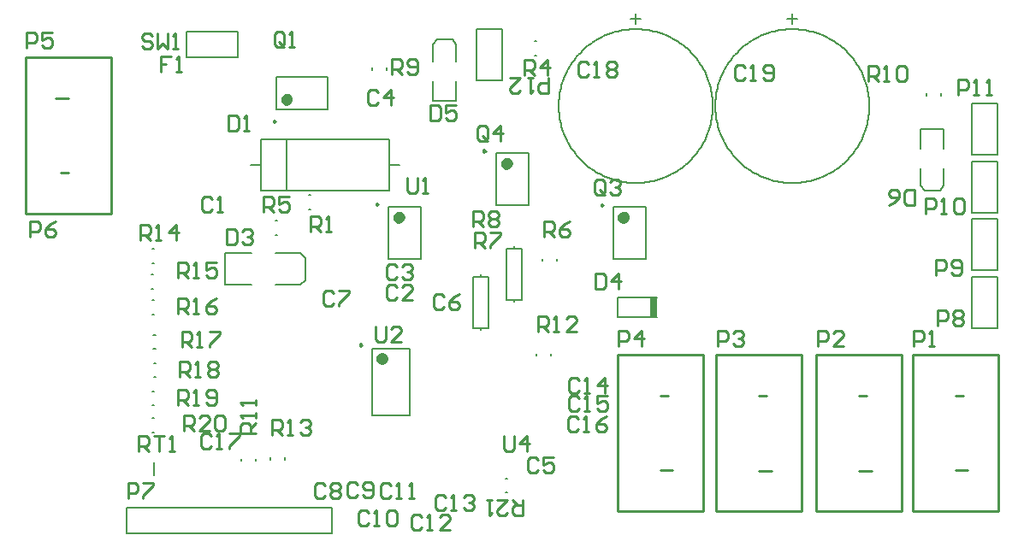
<source format=gto>
G04*
G04 #@! TF.GenerationSoftware,Altium Limited,Altium Designer,18.1.9 (240)*
G04*
G04 Layer_Color=65535*
%FSLAX25Y25*%
%MOIN*%
G70*
G01*
G75*
%ADD10C,0.02362*%
%ADD11C,0.00984*%
%ADD12C,0.00197*%
%ADD13C,0.00787*%
%ADD14C,0.00600*%
%ADD15C,0.01000*%
%ADD16C,0.00591*%
%ADD17R,0.03150X0.07480*%
D10*
X247819Y404602D02*
X247374Y405526D01*
X246375Y405754D01*
X245574Y405115D01*
Y404090D01*
X246375Y403451D01*
X247374Y403679D01*
X247819Y404602D01*
X241335Y349480D02*
X240890Y350404D01*
X239891Y350632D01*
X239089Y349993D01*
Y348968D01*
X239891Y348329D01*
X240890Y348557D01*
X241335Y349480D01*
X289819Y425602D02*
X289374Y426526D01*
X288375Y426754D01*
X287574Y426115D01*
Y425090D01*
X288375Y424451D01*
X289374Y424679D01*
X289819Y425602D01*
X204079Y450638D02*
X203634Y451561D01*
X202635Y451789D01*
X201834Y451150D01*
Y450125D01*
X202635Y449486D01*
X203634Y449714D01*
X204079Y450638D01*
X335319Y404602D02*
X334874Y405526D01*
X333875Y405754D01*
X333074Y405115D01*
Y404090D01*
X333875Y403451D01*
X334874Y403679D01*
X335319Y404602D01*
D11*
X238665Y409740D02*
X237927Y410166D01*
Y409314D01*
X238665Y409740D01*
X232378Y354795D02*
X231640Y355222D01*
Y354369D01*
X232378Y354795D01*
X280469Y430445D02*
X279730Y430871D01*
Y430019D01*
X280469Y430445D01*
X198547Y441976D02*
X197809Y442403D01*
Y441550D01*
X198547Y441976D01*
X326264Y409346D02*
X325526Y409773D01*
Y408920D01*
X326264Y409346D01*
D12*
X285181Y327980D02*
D03*
D13*
X430000Y448000D02*
X429983Y449003D01*
X429933Y450004D01*
X429849Y451003D01*
X429732Y451999D01*
X429582Y452990D01*
X429399Y453976D01*
X429183Y454955D01*
X428934Y455926D01*
X428653Y456888D01*
X428340Y457841D01*
X427995Y458782D01*
X427620Y459712D01*
X427213Y460628D01*
X426776Y461530D01*
X426308Y462418D01*
X425812Y463288D01*
X425287Y464143D01*
X424733Y464978D01*
X424152Y465795D01*
X423544Y466593D01*
X422910Y467369D01*
X422250Y468123D01*
X421565Y468856D01*
X420856Y469565D01*
X420123Y470250D01*
X419369Y470910D01*
X418593Y471544D01*
X417795Y472152D01*
X416978Y472733D01*
X416143Y473287D01*
X415288Y473812D01*
X414418Y474308D01*
X413530Y474776D01*
X412628Y475213D01*
X411712Y475620D01*
X410782Y475995D01*
X409841Y476340D01*
X408888Y476653D01*
X407926Y476934D01*
X406955Y477183D01*
X405976Y477399D01*
X404990Y477582D01*
X403999Y477732D01*
X403003Y477849D01*
X402004Y477933D01*
X401002Y477983D01*
X400000Y478000D01*
X398997Y477983D01*
X397996Y477933D01*
X396997Y477849D01*
X396001Y477732D01*
X395010Y477582D01*
X394024Y477399D01*
X393045Y477183D01*
X392074Y476934D01*
X391112Y476653D01*
X390159Y476340D01*
X389218Y475995D01*
X388288Y475620D01*
X387372Y475213D01*
X386470Y474776D01*
X385582Y474308D01*
X384712Y473812D01*
X383857Y473287D01*
X383022Y472733D01*
X382205Y472152D01*
X381407Y471544D01*
X380631Y470910D01*
X379876Y470250D01*
X379144Y469565D01*
X378435Y468856D01*
X377750Y468123D01*
X377090Y467369D01*
X376456Y466593D01*
X375848Y465795D01*
X375267Y464978D01*
X374713Y464143D01*
X374188Y463288D01*
X373692Y462418D01*
X373224Y461530D01*
X372787Y460628D01*
X372380Y459712D01*
X372005Y458782D01*
X371660Y457841D01*
X371347Y456888D01*
X371066Y455926D01*
X370817Y454955D01*
X370601Y453976D01*
X370418Y452990D01*
X370268Y451999D01*
X370151Y451003D01*
X370067Y450004D01*
X370017Y449003D01*
X370000Y448000D01*
X370017Y446998D01*
X370067Y445996D01*
X370151Y444997D01*
X370268Y444001D01*
X370418Y443010D01*
X370601Y442025D01*
X370817Y441046D01*
X371066Y440074D01*
X371347Y439112D01*
X371660Y438159D01*
X372005Y437218D01*
X372380Y436288D01*
X372787Y435372D01*
X373224Y434470D01*
X373691Y433583D01*
X374188Y432712D01*
X374713Y431858D01*
X375267Y431022D01*
X375848Y430205D01*
X376456Y429408D01*
X377090Y428631D01*
X377750Y427877D01*
X378435Y427144D01*
X379144Y426435D01*
X379876Y425751D01*
X380631Y425091D01*
X381407Y424456D01*
X382204Y423848D01*
X383021Y423267D01*
X383857Y422713D01*
X384711Y422188D01*
X385582Y421692D01*
X386470Y421224D01*
X387372Y420787D01*
X388288Y420381D01*
X389218Y420005D01*
X390159Y419660D01*
X391111Y419347D01*
X392074Y419066D01*
X393045Y418817D01*
X394024Y418601D01*
X395010Y418418D01*
X396001Y418268D01*
X396997Y418151D01*
X397996Y418067D01*
X398997Y418017D01*
X400000Y418000D01*
X401002Y418017D01*
X402003Y418067D01*
X403003Y418151D01*
X403998Y418268D01*
X404990Y418418D01*
X405975Y418601D01*
X406954Y418817D01*
X407926Y419066D01*
X408888Y419347D01*
X409840Y419660D01*
X410782Y420005D01*
X411711Y420380D01*
X412628Y420787D01*
X413530Y421224D01*
X414417Y421691D01*
X415288Y422188D01*
X416142Y422713D01*
X416978Y423267D01*
X417795Y423848D01*
X418592Y424456D01*
X419369Y425090D01*
X420123Y425750D01*
X420856Y426435D01*
X421564Y427144D01*
X422249Y427876D01*
X422909Y428631D01*
X423544Y429407D01*
X424152Y430204D01*
X424733Y431021D01*
X425287Y431857D01*
X425812Y432711D01*
X426308Y433582D01*
X426775Y434469D01*
X427213Y435372D01*
X427619Y436288D01*
X427995Y437217D01*
X428340Y438159D01*
X428653Y439111D01*
X428934Y440074D01*
X429183Y441045D01*
X429399Y442024D01*
X429582Y443010D01*
X429732Y444001D01*
X429849Y444997D01*
X429933Y445996D01*
X429983Y446997D01*
X430000Y448000D01*
X369000Y448000D02*
X368983Y449003D01*
X368933Y450004D01*
X368849Y451003D01*
X368732Y451999D01*
X368582Y452990D01*
X368399Y453976D01*
X368183Y454955D01*
X367934Y455926D01*
X367653Y456888D01*
X367340Y457841D01*
X366995Y458782D01*
X366619Y459712D01*
X366213Y460628D01*
X365776Y461530D01*
X365308Y462418D01*
X364812Y463288D01*
X364287Y464143D01*
X363733Y464978D01*
X363152Y465795D01*
X362544Y466593D01*
X361910Y467369D01*
X361250Y468123D01*
X360565Y468856D01*
X359856Y469565D01*
X359123Y470250D01*
X358369Y470910D01*
X357593Y471544D01*
X356795Y472152D01*
X355978Y472733D01*
X355142Y473287D01*
X354289Y473812D01*
X353417Y474308D01*
X352530Y474776D01*
X351628Y475213D01*
X350712Y475620D01*
X349782Y475995D01*
X348841Y476340D01*
X347888Y476653D01*
X346926Y476934D01*
X345955Y477183D01*
X344976Y477399D01*
X343990Y477582D01*
X342999Y477732D01*
X342003Y477849D01*
X341004Y477933D01*
X340002Y477983D01*
X339000Y478000D01*
X337998Y477983D01*
X336996Y477933D01*
X335997Y477849D01*
X335001Y477732D01*
X334010Y477582D01*
X333024Y477399D01*
X332045Y477183D01*
X331074Y476934D01*
X330112Y476653D01*
X329159Y476340D01*
X328218Y475995D01*
X327288Y475620D01*
X326372Y475213D01*
X325470Y474776D01*
X324583Y474308D01*
X323711Y473812D01*
X322857Y473287D01*
X322022Y472733D01*
X321205Y472152D01*
X320408Y471544D01*
X319631Y470910D01*
X318877Y470250D01*
X318144Y469565D01*
X317435Y468856D01*
X316750Y468123D01*
X316090Y467369D01*
X315456Y466593D01*
X314848Y465795D01*
X314267Y464978D01*
X313713Y464143D01*
X313188Y463288D01*
X312691Y462418D01*
X312224Y461530D01*
X311787Y460628D01*
X311381Y459712D01*
X311005Y458782D01*
X310660Y457841D01*
X310347Y456888D01*
X310066Y455926D01*
X309817Y454955D01*
X309601Y453976D01*
X309418Y452990D01*
X309268Y451999D01*
X309151Y451003D01*
X309067Y450004D01*
X309017Y449003D01*
X309000Y448000D01*
X309017Y446998D01*
X309067Y445996D01*
X309151Y444997D01*
X309268Y444001D01*
X309418Y443010D01*
X309601Y442025D01*
X309817Y441046D01*
X310066Y440074D01*
X310347Y439112D01*
X310660Y438159D01*
X311004Y437218D01*
X311381Y436288D01*
X311787Y435372D01*
X312224Y434470D01*
X312691Y433583D01*
X313188Y432712D01*
X313713Y431858D01*
X314267Y431022D01*
X314848Y430205D01*
X315456Y429408D01*
X316090Y428631D01*
X316750Y427877D01*
X317435Y427144D01*
X318144Y426435D01*
X318876Y425751D01*
X319631Y425091D01*
X320407Y424456D01*
X321204Y423848D01*
X322021Y423267D01*
X322857Y422713D01*
X323711Y422188D01*
X324582Y421692D01*
X325469Y421224D01*
X326372Y420787D01*
X327288Y420381D01*
X328218Y420005D01*
X329159Y419660D01*
X330112Y419347D01*
X331074Y419066D01*
X332045Y418817D01*
X333024Y418601D01*
X334010Y418418D01*
X335001Y418268D01*
X335997Y418151D01*
X336996Y418067D01*
X337997Y418017D01*
X339000Y418000D01*
X340002Y418017D01*
X341003Y418067D01*
X342003Y418151D01*
X342998Y418268D01*
X343990Y418418D01*
X344975Y418601D01*
X345954Y418817D01*
X346926Y419066D01*
X347888Y419347D01*
X348840Y419660D01*
X349782Y420005D01*
X350711Y420380D01*
X351628Y420787D01*
X352530Y421224D01*
X353417Y421691D01*
X354288Y422188D01*
X355142Y422713D01*
X355978Y423267D01*
X356795Y423848D01*
X357592Y424456D01*
X358369Y425090D01*
X359123Y425750D01*
X359856Y426435D01*
X360564Y427144D01*
X361249Y427876D01*
X361909Y428631D01*
X362544Y429407D01*
X363152Y430204D01*
X363733Y431021D01*
X364287Y431857D01*
X364812Y432711D01*
X365308Y433582D01*
X365775Y434469D01*
X366213Y435372D01*
X366619Y436288D01*
X366995Y437217D01*
X367340Y438159D01*
X367653Y439111D01*
X367934Y440074D01*
X368183Y441045D01*
X368399Y442024D01*
X368582Y443010D01*
X368732Y444001D01*
X368849Y444997D01*
X368933Y445996D01*
X368983Y446997D01*
X369000Y448000D01*
X193000Y415000D02*
X243000D01*
Y435000D01*
X193000D02*
X243000D01*
X193000Y415000D02*
Y435000D01*
X203000Y415000D02*
Y435000D01*
X243000Y425000D02*
X247000D01*
X189000D02*
X193000D01*
X242701Y388461D02*
X255299D01*
X242701Y408539D02*
X255299D01*
Y388461D02*
Y408539D01*
X242701Y388461D02*
Y408539D01*
X164000Y477000D02*
X184000D01*
X164000Y467000D02*
Y477000D01*
Y467000D02*
X184000D01*
Y477000D01*
X236216Y327433D02*
X250783D01*
X236216Y353417D02*
X250783D01*
Y327433D02*
Y353417D01*
X236216Y327433D02*
Y353417D01*
X470000Y429000D02*
Y449000D01*
Y429000D02*
X480000D01*
Y449000D01*
X470000D02*
X480000D01*
X470000Y406500D02*
Y426500D01*
Y406500D02*
X480000D01*
Y426500D01*
X470000D02*
X480000D01*
X470000Y384000D02*
Y404000D01*
Y384000D02*
X480000D01*
Y404000D01*
X470000D02*
X480000D01*
X470000Y361500D02*
Y381500D01*
Y361500D02*
X480000D01*
Y381500D01*
X470000D02*
X480000D01*
X287000Y458000D02*
Y478000D01*
X277000D02*
X287000D01*
X277000Y458000D02*
Y478000D01*
Y458000D02*
X287000D01*
X449972Y431437D02*
Y438917D01*
X459028Y431437D02*
Y438917D01*
X449972D02*
X459028D01*
X451547Y414902D02*
X457453D01*
X449972Y416870D02*
Y423563D01*
X457453Y414902D02*
X459028Y416870D01*
X449972D02*
X451547Y414902D01*
X459028Y416870D02*
Y423563D01*
X269028Y450083D02*
Y457563D01*
X259972Y450083D02*
Y457563D01*
Y450083D02*
X269028D01*
X261547Y474098D02*
X267453D01*
X269028Y465437D02*
Y472130D01*
X259972D02*
X261547Y474098D01*
X267453D02*
X269028Y472130D01*
X259972Y465437D02*
Y472130D01*
X291500Y392500D02*
Y393400D01*
Y371600D02*
Y372500D01*
Y392500D02*
X294500D01*
Y372500D02*
Y392500D01*
X288500Y372500D02*
X294500D01*
X288500D02*
Y392500D01*
X291500D01*
X284701Y409461D02*
Y429539D01*
X297299Y409461D02*
Y429539D01*
X284701D02*
X297299D01*
X284701Y409461D02*
X297299D01*
X275500Y381500D02*
X278500D01*
X275500Y361500D02*
Y381500D01*
Y361500D02*
X281500D01*
Y381500D01*
X278500D02*
X281500D01*
X278500Y360600D02*
Y361500D01*
Y381500D02*
Y382400D01*
X198961Y446701D02*
X219039D01*
X198961Y459299D02*
X219039D01*
X198961Y446701D02*
Y459299D01*
X219039Y446701D02*
Y459299D01*
X198724Y378398D02*
X208370D01*
X198724Y390602D02*
X208370D01*
X179039D02*
X189276D01*
X179039Y378398D02*
X189276D01*
X210142Y380169D02*
Y388831D01*
X208370Y390602D02*
X210142Y388831D01*
X208370Y378398D02*
X210142Y380169D01*
X179039Y378398D02*
Y390602D01*
X151400Y304138D02*
Y308862D01*
X330201Y388461D02*
X342799D01*
X330201Y408539D02*
X342799D01*
Y388461D02*
Y408539D01*
X330201Y388461D02*
Y408539D01*
X331823Y365760D02*
Y373240D01*
X347177D01*
X331823Y365760D02*
X347177D01*
X140500Y281500D02*
Y291500D01*
X220500D01*
Y281500D02*
Y291500D01*
X140500Y281500D02*
X220500D01*
D14*
X299600Y473300D02*
X300400D01*
X299600Y467700D02*
X300400D01*
X457800Y452100D02*
Y452900D01*
X452200Y452100D02*
Y452900D01*
X185200Y309600D02*
Y310400D01*
X190800Y309600D02*
Y310400D01*
X288100Y297200D02*
X288900D01*
X288100Y302800D02*
X288900D01*
X241800Y462100D02*
Y462900D01*
X236200Y462100D02*
Y462900D01*
X150600Y326300D02*
X151400D01*
X150600Y320700D02*
X151400D01*
X150600Y336800D02*
X151400D01*
X150600Y331200D02*
X151400D01*
X151100Y347800D02*
X151900D01*
X151100Y342200D02*
X151900D01*
X151000Y358800D02*
X151800D01*
X151000Y353200D02*
X151800D01*
X150600Y372300D02*
X151400D01*
X150600Y366700D02*
X151400D01*
X150200Y382300D02*
X151000D01*
X150200Y376700D02*
X151000D01*
X211600Y407700D02*
X212400D01*
X211600Y413300D02*
X212400D01*
X198561Y397700D02*
X199361D01*
X198561Y403300D02*
X199361D01*
X308300Y387600D02*
Y388400D01*
X302700Y387600D02*
Y388400D01*
X150600Y386700D02*
X151400D01*
X150600Y392300D02*
X151400D01*
X305800Y350600D02*
Y351400D01*
X300200Y350600D02*
Y351400D01*
X196700Y310100D02*
Y310900D01*
X202300Y310100D02*
Y310900D01*
D15*
X101268Y467051D02*
X134732D01*
Y406028D02*
Y467051D01*
X101268Y406028D02*
Y467051D01*
X101661Y406028D02*
X134732D01*
X101268D02*
X118197D01*
X101268D02*
Y436539D01*
X113079Y451106D02*
X118000D01*
X115047Y421972D02*
X118000D01*
X446768Y289949D02*
X480232D01*
X446768D02*
Y350972D01*
X480232Y289949D02*
Y350972D01*
X446768D02*
X479839D01*
X463303D02*
X480232D01*
Y320461D02*
Y350972D01*
X463500Y305894D02*
X468421D01*
X463500Y335028D02*
X466453D01*
X370268Y289894D02*
X403732D01*
X370268D02*
Y350917D01*
X403732Y289894D02*
Y350917D01*
X370268D02*
X403339D01*
X386803D02*
X403732D01*
Y320406D02*
Y350917D01*
X387000Y305839D02*
X391921D01*
X387000Y334972D02*
X389953D01*
X409268Y289894D02*
X442732D01*
X409268D02*
Y350917D01*
X442732Y289894D02*
Y350917D01*
X409268D02*
X442339D01*
X425803D02*
X442732D01*
Y320406D02*
Y350917D01*
X426000Y305839D02*
X430921D01*
X426000Y334972D02*
X428953D01*
X331768Y289921D02*
X365232D01*
X331768D02*
Y350945D01*
X365232Y289921D02*
Y350945D01*
X331768D02*
X364839D01*
X348303D02*
X365232D01*
Y320433D02*
Y350945D01*
X348500Y305866D02*
X353421D01*
X348500Y335000D02*
X351453D01*
X180400Y444398D02*
Y438400D01*
X183399D01*
X184399Y439400D01*
Y443398D01*
X183399Y444398D01*
X180400D01*
X186398Y438400D02*
X188397D01*
X187398D01*
Y444398D01*
X186398Y443398D01*
X250000Y419998D02*
Y415000D01*
X251000Y414000D01*
X252999D01*
X253999Y415000D01*
Y419998D01*
X255998Y414000D02*
X257997D01*
X256998D01*
Y419998D01*
X255998Y418998D01*
X237500Y361998D02*
Y357000D01*
X238500Y356000D01*
X240499D01*
X241499Y357000D01*
Y361998D01*
X247497Y356000D02*
X243498D01*
X247497Y359999D01*
Y360998D01*
X246497Y361998D01*
X244498D01*
X243498Y360998D01*
X281149Y435450D02*
Y439448D01*
X280149Y440448D01*
X278150D01*
X277150Y439448D01*
Y435450D01*
X278150Y434450D01*
X280149D01*
X279149Y436449D02*
X281149Y434450D01*
X280149D02*
X281149Y435450D01*
X286147Y434450D02*
Y440448D01*
X283148Y437449D01*
X287147D01*
X287500Y319498D02*
Y314500D01*
X288500Y313500D01*
X290499D01*
X291499Y314500D01*
Y319498D01*
X296497Y313500D02*
Y319498D01*
X293498Y316499D01*
X297497D01*
X150499Y475498D02*
X149499Y476498D01*
X147500D01*
X146500Y475498D01*
Y474499D01*
X147500Y473499D01*
X149499D01*
X150499Y472499D01*
Y471500D01*
X149499Y470500D01*
X147500D01*
X146500Y471500D01*
X152498Y476498D02*
Y470500D01*
X154497Y472499D01*
X156497Y470500D01*
Y476498D01*
X158496Y470500D02*
X160495D01*
X159496D01*
Y476498D01*
X158496Y475498D01*
X145350Y313450D02*
Y319448D01*
X148349D01*
X149349Y318448D01*
Y316449D01*
X148349Y315449D01*
X145350D01*
X147349D02*
X149349Y313450D01*
X151348Y319448D02*
X155347D01*
X153347D01*
Y313450D01*
X157346D02*
X159345D01*
X158346D01*
Y319448D01*
X157346Y318448D01*
X295000Y294500D02*
Y288502D01*
X292001D01*
X291001Y289502D01*
Y291501D01*
X292001Y292501D01*
X295000D01*
X293001D02*
X291001Y294500D01*
X285003D02*
X289002D01*
X285003Y290501D01*
Y289502D01*
X286003Y288502D01*
X288002D01*
X289002Y289502D01*
X283004Y294500D02*
X281005D01*
X282004D01*
Y288502D01*
X283004Y289502D01*
X163000Y321500D02*
Y327498D01*
X165999D01*
X166999Y326498D01*
Y324499D01*
X165999Y323499D01*
X163000D01*
X164999D02*
X166999Y321500D01*
X172997D02*
X168998D01*
X172997Y325499D01*
Y326498D01*
X171997Y327498D01*
X169998D01*
X168998Y326498D01*
X174996D02*
X175996Y327498D01*
X177995D01*
X178995Y326498D01*
Y322500D01*
X177995Y321500D01*
X175996D01*
X174996Y322500D01*
Y326498D01*
X160500Y331200D02*
Y337198D01*
X163499D01*
X164499Y336198D01*
Y334199D01*
X163499Y333199D01*
X160500D01*
X162499D02*
X164499Y331200D01*
X166498D02*
X168497D01*
X167498D01*
Y337198D01*
X166498Y336198D01*
X171496Y332200D02*
X172496Y331200D01*
X174495D01*
X175495Y332200D01*
Y336198D01*
X174495Y337198D01*
X172496D01*
X171496Y336198D01*
Y335199D01*
X172496Y334199D01*
X175495D01*
X161400Y342500D02*
Y348498D01*
X164399D01*
X165399Y347498D01*
Y345499D01*
X164399Y344499D01*
X161400D01*
X163399D02*
X165399Y342500D01*
X167398D02*
X169397D01*
X168398D01*
Y348498D01*
X167398Y347498D01*
X172396D02*
X173396Y348498D01*
X175396D01*
X176395Y347498D01*
Y346499D01*
X175396Y345499D01*
X176395Y344499D01*
Y343500D01*
X175396Y342500D01*
X173396D01*
X172396Y343500D01*
Y344499D01*
X173396Y345499D01*
X172396Y346499D01*
Y347498D01*
X173396Y345499D02*
X175396D01*
X162100Y354000D02*
Y359998D01*
X165099D01*
X166099Y358998D01*
Y356999D01*
X165099Y355999D01*
X162100D01*
X164099D02*
X166099Y354000D01*
X168098D02*
X170097D01*
X169098D01*
Y359998D01*
X168098Y358998D01*
X173096Y359998D02*
X177095D01*
Y358998D01*
X173096Y355000D01*
Y354000D01*
X160500Y367000D02*
Y372998D01*
X163499D01*
X164499Y371998D01*
Y369999D01*
X163499Y368999D01*
X160500D01*
X162499D02*
X164499Y367000D01*
X166498D02*
X168497D01*
X167498D01*
Y372998D01*
X166498Y371998D01*
X175495Y372998D02*
X173496Y371998D01*
X171496Y369999D01*
Y368000D01*
X172496Y367000D01*
X174495D01*
X175495Y368000D01*
Y368999D01*
X174495Y369999D01*
X171496D01*
X160500Y381000D02*
Y386998D01*
X163499D01*
X164499Y385998D01*
Y383999D01*
X163499Y382999D01*
X160500D01*
X162499D02*
X164499Y381000D01*
X166498D02*
X168497D01*
X167498D01*
Y386998D01*
X166498Y385998D01*
X175495Y386998D02*
X171496D01*
Y383999D01*
X173496Y384999D01*
X174495D01*
X175495Y383999D01*
Y382000D01*
X174495Y381000D01*
X172496D01*
X171496Y382000D01*
X145900Y395600D02*
Y401598D01*
X148899D01*
X149899Y400598D01*
Y398599D01*
X148899Y397599D01*
X145900D01*
X147899D02*
X149899Y395600D01*
X151898D02*
X153897D01*
X152898D01*
Y401598D01*
X151898Y400598D01*
X159896Y395600D02*
Y401598D01*
X156896Y398599D01*
X160895D01*
X197400Y319600D02*
Y325598D01*
X200399D01*
X201399Y324598D01*
Y322599D01*
X200399Y321599D01*
X197400D01*
X199399D02*
X201399Y319600D01*
X203398D02*
X205397D01*
X204398D01*
Y325598D01*
X203398Y324598D01*
X208396D02*
X209396Y325598D01*
X211396D01*
X212395Y324598D01*
Y323599D01*
X211396Y322599D01*
X210396D01*
X211396D01*
X212395Y321599D01*
Y320600D01*
X211396Y319600D01*
X209396D01*
X208396Y320600D01*
X300850Y360050D02*
Y366048D01*
X303849D01*
X304849Y365048D01*
Y363049D01*
X303849Y362049D01*
X300850D01*
X302849D02*
X304849Y360050D01*
X306848D02*
X308847D01*
X307848D01*
Y366048D01*
X306848Y365048D01*
X315845Y360050D02*
X311846D01*
X315845Y364049D01*
Y365048D01*
X314845Y366048D01*
X312846D01*
X311846Y365048D01*
X190800Y320500D02*
X184802D01*
Y323499D01*
X185802Y324499D01*
X187801D01*
X188801Y323499D01*
Y320500D01*
Y322499D02*
X190800Y324499D01*
Y326498D02*
Y328497D01*
Y327498D01*
X184802D01*
X185802Y326498D01*
X190800Y331496D02*
Y333496D01*
Y332496D01*
X184802D01*
X185802Y331496D01*
X429500Y457550D02*
Y463548D01*
X432499D01*
X433499Y462548D01*
Y460549D01*
X432499Y459549D01*
X429500D01*
X431499D02*
X433499Y457550D01*
X435498D02*
X437497D01*
X436498D01*
Y463548D01*
X435498Y462548D01*
X440496D02*
X441496Y463548D01*
X443496D01*
X444495Y462548D01*
Y458550D01*
X443496Y457550D01*
X441496D01*
X440496Y458550D01*
Y462548D01*
X244000Y460500D02*
Y466498D01*
X246999D01*
X247999Y465498D01*
Y463499D01*
X246999Y462499D01*
X244000D01*
X245999D02*
X247999Y460500D01*
X249998Y461500D02*
X250998Y460500D01*
X252997D01*
X253997Y461500D01*
Y465498D01*
X252997Y466498D01*
X250998D01*
X249998Y465498D01*
Y464499D01*
X250998Y463499D01*
X253997D01*
X275500Y401000D02*
Y406998D01*
X278499D01*
X279499Y405998D01*
Y403999D01*
X278499Y402999D01*
X275500D01*
X277499D02*
X279499Y401000D01*
X281498Y405998D02*
X282498Y406998D01*
X284497D01*
X285497Y405998D01*
Y404999D01*
X284497Y403999D01*
X285497Y402999D01*
Y402000D01*
X284497Y401000D01*
X282498D01*
X281498Y402000D01*
Y402999D01*
X282498Y403999D01*
X281498Y404999D01*
Y405998D01*
X282498Y403999D02*
X284497D01*
X276150Y392650D02*
Y398648D01*
X279149D01*
X280149Y397648D01*
Y395649D01*
X279149Y394649D01*
X276150D01*
X278149D02*
X280149Y392650D01*
X282148Y398648D02*
X286147D01*
Y397648D01*
X282148Y393650D01*
Y392650D01*
X303300Y397100D02*
Y403098D01*
X306299D01*
X307299Y402098D01*
Y400099D01*
X306299Y399099D01*
X303300D01*
X305299D02*
X307299Y397100D01*
X313297Y403098D02*
X311297Y402098D01*
X309298Y400099D01*
Y398100D01*
X310298Y397100D01*
X312297D01*
X313297Y398100D01*
Y399099D01*
X312297Y400099D01*
X309298D01*
X193811Y406650D02*
Y412648D01*
X196810D01*
X197809Y411648D01*
Y409649D01*
X196810Y408649D01*
X193811D01*
X195810D02*
X197809Y406650D01*
X203807Y412648D02*
X199809D01*
Y409649D01*
X201808Y410649D01*
X202808D01*
X203807Y409649D01*
Y407650D01*
X202808Y406650D01*
X200808D01*
X199809Y407650D01*
X295500Y460000D02*
Y465998D01*
X298499D01*
X299499Y464998D01*
Y462999D01*
X298499Y461999D01*
X295500D01*
X297499D02*
X299499Y460000D01*
X304497D02*
Y465998D01*
X301498Y462999D01*
X305497D01*
X212400Y399000D02*
Y404998D01*
X215399D01*
X216399Y403998D01*
Y401999D01*
X215399Y400999D01*
X212400D01*
X214399D02*
X216399Y399000D01*
X218398D02*
X220397D01*
X219398D01*
Y404998D01*
X218398Y403998D01*
X326849Y414350D02*
Y418348D01*
X325849Y419348D01*
X323850D01*
X322850Y418348D01*
Y414350D01*
X323850Y413350D01*
X325849D01*
X324849Y415349D02*
X326849Y413350D01*
X325849D02*
X326849Y414350D01*
X328848Y418348D02*
X329848Y419348D01*
X331847D01*
X332847Y418348D01*
Y417349D01*
X331847Y416349D01*
X330847D01*
X331847D01*
X332847Y415349D01*
Y414350D01*
X331847Y413350D01*
X329848D01*
X328848Y414350D01*
X202099Y471900D02*
Y475898D01*
X201099Y476898D01*
X199100D01*
X198100Y475898D01*
Y471900D01*
X199100Y470900D01*
X201099D01*
X200099Y472899D02*
X202099Y470900D01*
X201099D02*
X202099Y471900D01*
X204098Y470900D02*
X206097D01*
X205098D01*
Y476898D01*
X204098Y475898D01*
X305000Y459000D02*
Y453002D01*
X302001D01*
X301001Y454002D01*
Y456001D01*
X302001Y457001D01*
X305000D01*
X299002Y459000D02*
X297003D01*
X298002D01*
Y453002D01*
X299002Y454002D01*
X290005Y459000D02*
X294004D01*
X290005Y455001D01*
Y454002D01*
X291004Y453002D01*
X293004D01*
X294004Y454002D01*
X464500Y452500D02*
Y458498D01*
X467499D01*
X468499Y457498D01*
Y455499D01*
X467499Y454499D01*
X464500D01*
X470498Y452500D02*
X472497D01*
X471498D01*
Y458498D01*
X470498Y457498D01*
X475496Y452500D02*
X477496D01*
X476496D01*
Y458498D01*
X475496Y457498D01*
X452000Y406000D02*
Y411998D01*
X454999D01*
X455999Y410998D01*
Y408999D01*
X454999Y407999D01*
X452000D01*
X457998Y406000D02*
X459997D01*
X458998D01*
Y411998D01*
X457998Y410998D01*
X462996D02*
X463996Y411998D01*
X465996D01*
X466995Y410998D01*
Y407000D01*
X465996Y406000D01*
X463996D01*
X462996Y407000D01*
Y410998D01*
X456000Y382000D02*
Y387998D01*
X458999D01*
X459999Y386998D01*
Y384999D01*
X458999Y383999D01*
X456000D01*
X461998Y383000D02*
X462998Y382000D01*
X464997D01*
X465997Y383000D01*
Y386998D01*
X464997Y387998D01*
X462998D01*
X461998Y386998D01*
Y385999D01*
X462998Y384999D01*
X465997D01*
X456500Y362500D02*
Y368498D01*
X459499D01*
X460499Y367498D01*
Y365499D01*
X459499Y364499D01*
X456500D01*
X462498Y367498D02*
X463498Y368498D01*
X465497D01*
X466497Y367498D01*
Y366499D01*
X465497Y365499D01*
X466497Y364499D01*
Y363500D01*
X465497Y362500D01*
X463498D01*
X462498Y363500D01*
Y364499D01*
X463498Y365499D01*
X462498Y366499D01*
Y367498D01*
X463498Y365499D02*
X465497D01*
X141100Y294900D02*
Y300898D01*
X144099D01*
X145099Y299898D01*
Y297899D01*
X144099Y296899D01*
X141100D01*
X147098Y300898D02*
X151097D01*
Y299898D01*
X147098Y295900D01*
Y294900D01*
X102950Y397088D02*
Y403086D01*
X105949D01*
X106949Y402086D01*
Y400087D01*
X105949Y399087D01*
X102950D01*
X112947Y403086D02*
X110947Y402086D01*
X108948Y400087D01*
Y398088D01*
X109948Y397088D01*
X111947D01*
X112947Y398088D01*
Y399087D01*
X111947Y400087D01*
X108948D01*
X101718Y470578D02*
Y476576D01*
X104717D01*
X105716Y475576D01*
Y473577D01*
X104717Y472577D01*
X101718D01*
X111714Y476576D02*
X107716D01*
Y473577D01*
X109715Y474576D01*
X110715D01*
X111714Y473577D01*
Y471577D01*
X110715Y470578D01*
X108715D01*
X107716Y471577D01*
X332300Y354400D02*
Y360398D01*
X335299D01*
X336299Y359398D01*
Y357399D01*
X335299Y356399D01*
X332300D01*
X341297Y354400D02*
Y360398D01*
X338298Y357399D01*
X342297D01*
X370800Y354445D02*
Y360443D01*
X373799D01*
X374799Y359443D01*
Y357444D01*
X373799Y356444D01*
X370800D01*
X376798Y359443D02*
X377798Y360443D01*
X379797D01*
X380797Y359443D01*
Y358444D01*
X379797Y357444D01*
X378797D01*
X379797D01*
X380797Y356444D01*
Y355445D01*
X379797Y354445D01*
X377798D01*
X376798Y355445D01*
X409800Y354451D02*
Y360449D01*
X412799D01*
X413799Y359450D01*
Y357450D01*
X412799Y356451D01*
X409800D01*
X419797Y354451D02*
X415798D01*
X419797Y358450D01*
Y359450D01*
X418797Y360449D01*
X416798D01*
X415798Y359450D01*
X447300Y354500D02*
Y360498D01*
X450299D01*
X451299Y359498D01*
Y357499D01*
X450299Y356499D01*
X447300D01*
X453298Y354500D02*
X455297D01*
X454298D01*
Y360498D01*
X453298Y359498D01*
X157999Y467498D02*
X154000D01*
Y464499D01*
X155999D01*
X154000D01*
Y461500D01*
X159998D02*
X161997D01*
X160998D01*
Y467498D01*
X159998Y466498D01*
X447500Y409502D02*
Y415500D01*
X444501D01*
X443501Y414500D01*
Y410502D01*
X444501Y409502D01*
X447500D01*
X437503D02*
X439503Y410502D01*
X441502Y412501D01*
Y414500D01*
X440502Y415500D01*
X438503D01*
X437503Y414500D01*
Y413501D01*
X438503Y412501D01*
X441502D01*
X259000Y448498D02*
Y442500D01*
X261999D01*
X262999Y443500D01*
Y447498D01*
X261999Y448498D01*
X259000D01*
X268997D02*
X264998D01*
Y445499D01*
X266997Y446499D01*
X267997D01*
X268997Y445499D01*
Y443500D01*
X267997Y442500D01*
X265998D01*
X264998Y443500D01*
X323200Y382598D02*
Y376600D01*
X326199D01*
X327199Y377600D01*
Y381598D01*
X326199Y382598D01*
X323200D01*
X332197Y376600D02*
Y382598D01*
X329198Y379599D01*
X333197D01*
X179600Y399998D02*
Y394000D01*
X182599D01*
X183599Y395000D01*
Y398998D01*
X182599Y399998D01*
X179600D01*
X185598Y398998D02*
X186598Y399998D01*
X188597D01*
X189597Y398998D01*
Y397999D01*
X188597Y396999D01*
X187597D01*
X188597D01*
X189597Y395999D01*
Y395000D01*
X188597Y394000D01*
X186598D01*
X185598Y395000D01*
X381499Y462998D02*
X380499Y463998D01*
X378500D01*
X377500Y462998D01*
Y459000D01*
X378500Y458000D01*
X380499D01*
X381499Y459000D01*
X383498Y458000D02*
X385497D01*
X384498D01*
Y463998D01*
X383498Y462998D01*
X388496Y459000D02*
X389496Y458000D01*
X391495D01*
X392495Y459000D01*
Y462998D01*
X391495Y463998D01*
X389496D01*
X388496Y462998D01*
Y461999D01*
X389496Y460999D01*
X392495D01*
X320499Y464298D02*
X319499Y465297D01*
X317500D01*
X316500Y464298D01*
Y460299D01*
X317500Y459299D01*
X319499D01*
X320499Y460299D01*
X322498Y459299D02*
X324497D01*
X323498D01*
Y465297D01*
X322498Y464298D01*
X327496D02*
X328496Y465297D01*
X330496D01*
X331495Y464298D01*
Y463298D01*
X330496Y462298D01*
X331495Y461299D01*
Y460299D01*
X330496Y459299D01*
X328496D01*
X327496Y460299D01*
Y461299D01*
X328496Y462298D01*
X327496Y463298D01*
Y464298D01*
X328496Y462298D02*
X330496D01*
X173749Y319448D02*
X172749Y320448D01*
X170750D01*
X169750Y319448D01*
Y315450D01*
X170750Y314450D01*
X172749D01*
X173749Y315450D01*
X175748Y314450D02*
X177747D01*
X176748D01*
Y320448D01*
X175748Y319448D01*
X180746Y320448D02*
X184745D01*
Y319448D01*
X180746Y315450D01*
Y314450D01*
X316499Y325998D02*
X315499Y326998D01*
X313500D01*
X312500Y325998D01*
Y322000D01*
X313500Y321000D01*
X315499D01*
X316499Y322000D01*
X318498Y321000D02*
X320497D01*
X319498D01*
Y326998D01*
X318498Y325998D01*
X327495Y326998D02*
X325496Y325998D01*
X323496Y323999D01*
Y322000D01*
X324496Y321000D01*
X326496D01*
X327495Y322000D01*
Y322999D01*
X326496Y323999D01*
X323496D01*
X316999Y333998D02*
X315999Y334998D01*
X314000D01*
X313000Y333998D01*
Y330000D01*
X314000Y329000D01*
X315999D01*
X316999Y330000D01*
X318998Y329000D02*
X320997D01*
X319998D01*
Y334998D01*
X318998Y333998D01*
X327995Y334998D02*
X323996D01*
Y331999D01*
X325996Y332999D01*
X326995D01*
X327995Y331999D01*
Y330000D01*
X326995Y329000D01*
X324996D01*
X323996Y330000D01*
X316999Y340998D02*
X315999Y341998D01*
X314000D01*
X313000Y340998D01*
Y337000D01*
X314000Y336000D01*
X315999D01*
X316999Y337000D01*
X318998Y336000D02*
X320997D01*
X319998D01*
Y341998D01*
X318998Y340998D01*
X326995Y336000D02*
Y341998D01*
X323996Y338999D01*
X327995D01*
X264999Y295298D02*
X263999Y296298D01*
X262000D01*
X261000Y295298D01*
Y291300D01*
X262000Y290300D01*
X263999D01*
X264999Y291300D01*
X266998Y290300D02*
X268997D01*
X267998D01*
Y296298D01*
X266998Y295298D01*
X271996D02*
X272996Y296298D01*
X274995D01*
X275995Y295298D01*
Y294299D01*
X274995Y293299D01*
X273996D01*
X274995D01*
X275995Y292299D01*
Y291300D01*
X274995Y290300D01*
X272996D01*
X271996Y291300D01*
X255499Y287798D02*
X254499Y288798D01*
X252500D01*
X251500Y287798D01*
Y283800D01*
X252500Y282800D01*
X254499D01*
X255499Y283800D01*
X257498Y282800D02*
X259497D01*
X258498D01*
Y288798D01*
X257498Y287798D01*
X266495Y282800D02*
X262496D01*
X266495Y286799D01*
Y287798D01*
X265495Y288798D01*
X263496D01*
X262496Y287798D01*
X243499Y299998D02*
X242499Y300998D01*
X240500D01*
X239500Y299998D01*
Y296000D01*
X240500Y295000D01*
X242499D01*
X243499Y296000D01*
X245498Y295000D02*
X247497D01*
X246498D01*
Y300998D01*
X245498Y299998D01*
X250496Y295000D02*
X252496D01*
X251496D01*
Y300998D01*
X250496Y299998D01*
X234999Y289498D02*
X233999Y290498D01*
X232000D01*
X231000Y289498D01*
Y285500D01*
X232000Y284500D01*
X233999D01*
X234999Y285500D01*
X236998Y284500D02*
X238997D01*
X237998D01*
Y290498D01*
X236998Y289498D01*
X241996D02*
X242996Y290498D01*
X244995D01*
X245995Y289498D01*
Y285500D01*
X244995Y284500D01*
X242996D01*
X241996Y285500D01*
Y289498D01*
X230499Y300498D02*
X229499Y301498D01*
X227500D01*
X226500Y300498D01*
Y296500D01*
X227500Y295500D01*
X229499D01*
X230499Y296500D01*
X232498D02*
X233498Y295500D01*
X235497D01*
X236497Y296500D01*
Y300498D01*
X235497Y301498D01*
X233498D01*
X232498Y300498D01*
Y299499D01*
X233498Y298499D01*
X236497D01*
X217999Y299998D02*
X216999Y300998D01*
X215000D01*
X214000Y299998D01*
Y296000D01*
X215000Y295000D01*
X216999D01*
X217999Y296000D01*
X219998Y299998D02*
X220998Y300998D01*
X222997D01*
X223997Y299998D01*
Y298999D01*
X222997Y297999D01*
X223997Y296999D01*
Y296000D01*
X222997Y295000D01*
X220998D01*
X219998Y296000D01*
Y296999D01*
X220998Y297999D01*
X219998Y298999D01*
Y299998D01*
X220998Y297999D02*
X222997D01*
X221299Y374898D02*
X220299Y375898D01*
X218300D01*
X217300Y374898D01*
Y370900D01*
X218300Y369900D01*
X220299D01*
X221299Y370900D01*
X223298Y375898D02*
X227297D01*
Y374898D01*
X223298Y370900D01*
Y369900D01*
X264149Y373748D02*
X263149Y374748D01*
X261150D01*
X260150Y373748D01*
Y369750D01*
X261150Y368750D01*
X263149D01*
X264149Y369750D01*
X270147Y374748D02*
X268147Y373748D01*
X266148Y371749D01*
Y369750D01*
X267148Y368750D01*
X269147D01*
X270147Y369750D01*
Y370749D01*
X269147Y371749D01*
X266148D01*
X300999Y309998D02*
X299999Y310998D01*
X298000D01*
X297000Y309998D01*
Y306000D01*
X298000Y305000D01*
X299999D01*
X300999Y306000D01*
X306997Y310998D02*
X302998D01*
Y307999D01*
X304997Y308999D01*
X305997D01*
X306997Y307999D01*
Y306000D01*
X305997Y305000D01*
X303998D01*
X302998Y306000D01*
X238649Y453225D02*
X237649Y454224D01*
X235650D01*
X234650Y453225D01*
Y449226D01*
X235650Y448226D01*
X237649D01*
X238649Y449226D01*
X243647Y448226D02*
Y454224D01*
X240648Y451225D01*
X244647D01*
X245799Y385498D02*
X244799Y386498D01*
X242800D01*
X241800Y385498D01*
Y381500D01*
X242800Y380500D01*
X244799D01*
X245799Y381500D01*
X247798Y385498D02*
X248798Y386498D01*
X250797D01*
X251797Y385498D01*
Y384499D01*
X250797Y383499D01*
X249797D01*
X250797D01*
X251797Y382499D01*
Y381500D01*
X250797Y380500D01*
X248798D01*
X247798Y381500D01*
X245799Y377498D02*
X244799Y378498D01*
X242800D01*
X241800Y377498D01*
Y373500D01*
X242800Y372500D01*
X244799D01*
X245799Y373500D01*
X251797Y372500D02*
X247798D01*
X251797Y376499D01*
Y377498D01*
X250797Y378498D01*
X248798D01*
X247798Y377498D01*
X173999Y411648D02*
X172999Y412648D01*
X171000D01*
X170000Y411648D01*
Y407650D01*
X171000Y406650D01*
X172999D01*
X173999Y407650D01*
X175998Y406650D02*
X177997D01*
X176998D01*
Y412648D01*
X175998Y411648D01*
D16*
X399949Y480015D02*
Y483951D01*
X397981Y481983D02*
X401917D01*
X338949Y480015D02*
Y483951D01*
X336981Y481983D02*
X340917D01*
D17*
X345996Y369500D02*
D03*
M02*

</source>
